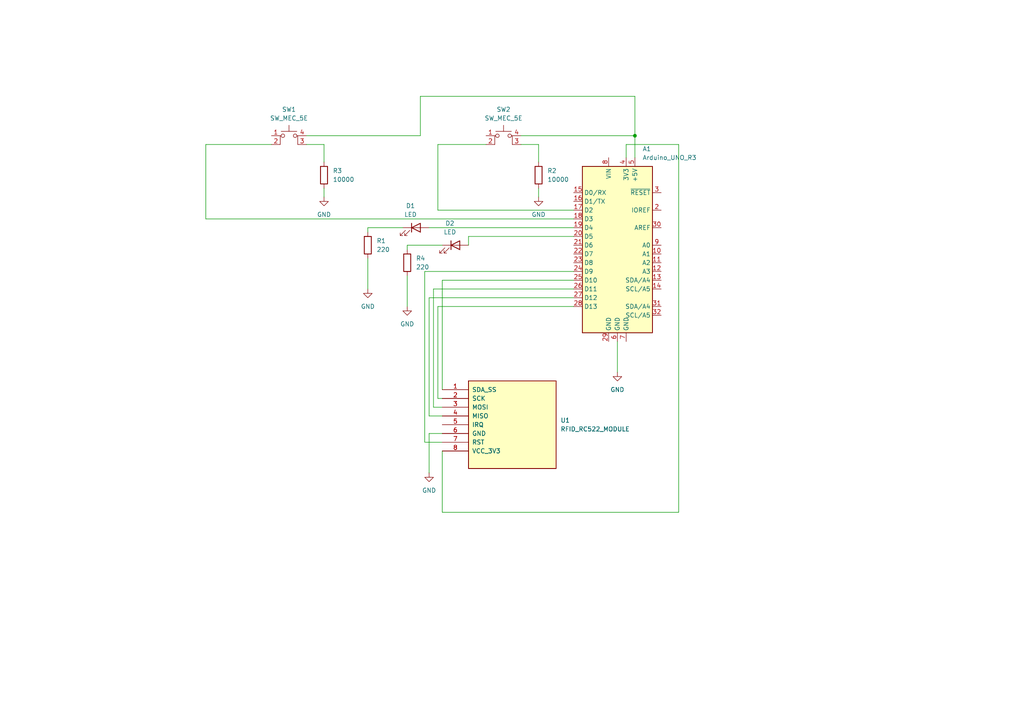
<source format=kicad_sch>
(kicad_sch (version 20250114) (generator "eeschema") (generator_version "9.0")
  (paper "A4")
  (lib_symbols
    (symbol "Device:LED" (pin_numbers (hide yes)) (pin_names (offset 1.016) (hide yes))
      (property "Reference" "D" (at 0 2.54 0))
      (property "Value" "LED" (at 0 -2.54 0))
      (symbol "LED_0_1"
        (polyline (pts (xy -3.048 -0.762) (xy -4.572 -2.286) (xy -3.81 -2.286) (xy -4.572 -2.286) (xy -4.572 -1.524)))
        (polyline (pts (xy -1.778 -0.762) (xy -3.302 -2.286) (xy -2.54 -2.286) (xy -3.302 -2.286) (xy -3.302 -1.524)))
        (polyline (pts (xy -1.27 0) (xy 1.27 0)))
        (polyline (pts (xy -1.27 -1.27) (xy -1.27 1.27)) (stroke (width 0.254)))
        (polyline (pts (xy 1.27 -1.27) (xy 1.27 1.27) (xy -1.27 0) (xy 1.27 -1.27)) (stroke (width 0.254)))
      )
      (symbol "LED_1_1"
        (pin passive line (at -3.81 0 0) (length 2.54) (name "K") (number "1"))
        (pin passive line (at 3.81 0 180) (length 2.54) (name "A") (number "2"))
      )
    )
    (symbol "Device:R" (pin_numbers (hide yes)) (pin_names (offset 0))
      (property "Reference" "R" (at 2.032 0 90))
      (property "Value" "R" (at 0 0 90))
      (symbol "R_0_1"
        (rectangle (start -1.016 -2.54) (end 1.016 2.54) (stroke (width 0.254)))
      )
      (symbol "R_1_1"
        (pin passive line (at 0 3.81 270) (length 1.27) (name "~") (number "1"))
        (pin passive line (at 0 -3.81 90) (length 1.27) (name "~") (number "2"))
      )
    )
    (symbol "GND_1" (power) (pin_numbers (hide yes)) (pin_names (offset 0) (hide yes))
      (property "Value" "GND" (at 0 -3.81 0))
      (symbol "GND_1_0_1"
        (polyline (pts (xy 0 0) (xy 0 -1.27) (xy 1.27 -1.27) (xy 0 -2.54) (xy -1.27 -1.27) (xy 0 -1.27)))
      )
      (symbol "GND_1_1_1"
        (pin power_in line (at 0 0 270) (length 0) (name "~") (number "1"))
      )
    )
    (symbol "MCU_Module:Arduino_UNO_R3"
      (property "Reference" "A" (at -10.16 23.495 0))
      (property "Value" "Arduino_UNO_R3" (at 5.08 -26.67 0))
      (symbol "Arduino_UNO_R3_0_1"
        (rectangle (start -10.16 22.86) (end 10.16 -25.4) (stroke (width 0.254)) (fill (type background)))
      )
      (symbol "Arduino_UNO_R3_1_1"
        (pin bidirectional line (at -12.7 15.24 0) (length 2.54) (name "D0/RX") (number "15"))
        (pin bidirectional line (at -12.7 12.7 0) (length 2.54) (name "D1/TX") (number "16"))
        (pin bidirectional line (at -12.7 10.16 0) (length 2.54) (name "D2") (number "17"))
        (pin bidirectional line (at -12.7 7.62 0) (length 2.54) (name "D3") (number "18"))
        (pin bidirectional line (at -12.7 5.08 0) (length 2.54) (name "D4") (number "19"))
        (pin bidirectional line (at -12.7 2.54 0) (length 2.54) (name "D5") (number "20"))
        (pin bidirectional line (at -12.7 0 0) (length 2.54) (name "D6") (number "21"))
        (pin bidirectional line (at -12.7 -2.54 0) (length 2.54) (name "D7") (number "22"))
        (pin bidirectional line (at -12.7 -5.08 0) (length 2.54) (name "D8") (number "23"))
        (pin bidirectional line (at -12.7 -7.62 0) (length 2.54) (name "D9") (number "24"))
        (pin bidirectional line (at -12.7 -10.16 0) (length 2.54) (name "D10") (number "25"))
        (pin bidirectional line (at -12.7 -12.7 0) (length 2.54) (name "D11") (number "26"))
        (pin bidirectional line (at -12.7 -15.24 0) (length 2.54) (name "D12") (number "27"))
        (pin bidirectional line (at -12.7 -17.78 0) (length 2.54) (name "D13") (number "28"))
        (pin no_connect line (at -10.16 -20.32 0) (length 2.54) (hide yes) (name "NC") (number "1"))
        (pin power_in line (at -2.54 25.4 270) (length 2.54) (name "VIN") (number "8"))
        (pin power_in line (at -2.54 -27.94 90) (length 2.54) (name "GND") (number "29"))
        (pin power_in line (at 0 -27.94 90) (length 2.54) (name "GND") (number "6"))
        (pin power_out line (at 2.54 25.4 270) (length 2.54) (name "3V3") (number "4"))
        (pin power_in line (at 2.54 -27.94 90) (length 2.54) (name "GND") (number "7"))
        (pin power_out line (at 5.08 25.4 270) (length 2.54) (name "+5V") (number "5"))
        (pin input line (at 12.7 15.24 180) (length 2.54) (name "~{RESET}") (number "3"))
        (pin output line (at 12.7 10.16 180) (length 2.54) (name "IOREF") (number "2"))
        (pin input line (at 12.7 5.08 180) (length 2.54) (name "AREF") (number "30"))
        (pin bidirectional line (at 12.7 0 180) (length 2.54) (name "A0") (number "9"))
        (pin bidirectional line (at 12.7 -2.54 180) (length 2.54) (name "A1") (number "10"))
        (pin bidirectional line (at 12.7 -5.08 180) (length 2.54) (name "A2") (number "11"))
        (pin bidirectional line (at 12.7 -7.62 180) (length 2.54) (name "A3") (number "12"))
        (pin bidirectional line (at 12.7 -10.16 180) (length 2.54) (name "SDA/A4") (number "13"))
        (pin bidirectional line (at 12.7 -12.7 180) (length 2.54) (name "SCL/A5") (number "14"))
        (pin bidirectional line (at 12.7 -17.78 180) (length 2.54) (name "SDA/A4") (number "31"))
        (pin bidirectional line (at 12.7 -20.32 180) (length 2.54) (name "SCL/A5") (number "32"))
      )
    )
    (symbol "RFID-RC522:RFID_RC522_MODULE" (pin_names (offset 1.016))
      (property "Reference" "U" (at 0 13.97 0))
      (property "Value" "RFID_RC522_MODULE" (at 0 -13.97 0))
      (symbol "RFID_RC522_MODULE_0_1"
        (rectangle (start -20.32 12.7) (end 5.08 -12.7) (stroke (width 0.254)) (fill (type background)))
      )
      (symbol "RFID_RC522_MODULE_1_1"
        (pin input line (at -27.94 10.16 0) (length 7.62) (name "SDA_SS") (number "1"))
        (pin input line (at -27.94 7.62 0) (length 7.62) (name "SCK") (number "2"))
        (pin input line (at -27.94 5.08 0) (length 7.62) (name "MOSI") (number "3"))
        (pin output line (at -27.94 2.54 0) (length 7.62) (name "MISO") (number "4"))
        (pin output line (at -27.94 0 0) (length 7.62) (name "IRQ") (number "5"))
        (pin passive line (at -27.94 -2.54 0) (length 7.62) (name "GND") (number "6"))
        (pin input line (at -27.94 -5.08 0) (length 7.62) (name "RST") (number "7"))
        (pin passive line (at -27.94 -7.62 0) (length 7.62) (name "VCC_3V3") (number "8"))
      )
    )
    (symbol "Switch:SW_MEC_5E" (pin_names (offset 1.016) (hide yes))
      (property "Reference" "SW" (at 0.635 5.715 0))
      (property "Value" "SW_MEC_5E" (at 0 -3.175 0))
      (symbol "SW_MEC_5E_0_1"
        (polyline (pts (xy -2.54 0) (xy -2.54 2.54) (xy -2.286 2.54)))
        (polyline (pts (xy -2.286 3.81) (xy 2.286 3.81)))
        (circle (center -1.778 2.54) (radius 0.508))
        (polyline (pts (xy 0 3.81) (xy 0 5.588)))
        (circle (center 1.778 2.54) (radius 0.508))
        (polyline (pts (xy 2.54 0) (xy 2.54 2.54) (xy 2.286 2.54)))
        (pin passive line (at -5.08 2.54 0) (length 2.54) (name "1") (number "1"))
        (pin passive line (at -5.08 0 0) (length 2.54) (name "2") (number "2"))
        (pin passive line (at 5.08 2.54 180) (length 2.54) (name "A") (number "4"))
        (pin passive line (at 5.08 0 180) (length 2.54) (name "K") (number "3"))
      )
    )
    (symbol "power:GND" (power) (pin_names (offset 0))
      (property "Value" "GND" (at 0 -3.81 0))
      (symbol "GND_0_1"
        (polyline (pts (xy 0 0) (xy 0 -1.27) (xy 1.27 -1.27) (xy 0 -2.54) (xy -1.27 -1.27) (xy 0 -1.27)))
      )
      (symbol "GND_1_1"
        (pin power_in line (at 0 0 270) (length 0) (hide yes) (name "GND") (number "1"))
      )
    )
  )
  (junction (at 184.15 39.37))
  (wire (pts (xy 124.46 66.04) (xy 166.37 66.04)))
  (wire (pts (xy 124.46 125.73) (xy 124.46 137.16)))
  (wire (pts (xy 156.21 41.91) (xy 156.21 46.99)))
  (wire (pts (xy 127 41.91) (xy 127 60.96)))
  (wire (pts (xy 106.68 67.31) (xy 106.68 66.04)))
  (wire (pts (xy 181.61 45.72) (xy 181.61 41.91)))
  (wire (pts (xy 166.37 68.58) (xy 135.89 68.58)))
  (wire (pts (xy 181.61 41.91) (xy 196.85 41.91)))
  (wire (pts (xy 118.11 80.01) (xy 118.11 88.9)))
  (wire (pts (xy 196.85 148.59) (xy 128.27 148.59)))
  (wire (pts (xy 124.46 86.36) (xy 166.37 86.36)))
  (wire (pts (xy 184.15 45.72) (xy 184.15 39.37)))
  (wire (pts (xy 118.11 72.39) (xy 118.11 71.12)))
  (wire (pts (xy 184.15 39.37) (xy 184.15 27.94)))
  (wire (pts (xy 128.27 120.65) (xy 124.46 120.65)))
  (wire (pts (xy 59.69 41.91) (xy 59.69 63.5)))
  (wire (pts (xy 196.85 41.91) (xy 196.85 148.59)))
  (wire (pts (xy 127 88.9) (xy 166.37 88.9)))
  (wire (pts (xy 128.27 81.28) (xy 166.37 81.28)))
  (wire (pts (xy 106.68 74.93) (xy 106.68 83.82)))
  (wire (pts (xy 59.69 63.5) (xy 166.37 63.5)))
  (wire (pts (xy 135.89 68.58) (xy 135.89 71.12)))
  (wire (pts (xy 93.98 54.61) (xy 93.98 57.15)))
  (wire (pts (xy 179.07 99.06) (xy 179.07 107.95)))
  (wire (pts (xy 118.11 71.12) (xy 128.27 71.12)))
  (wire (pts (xy 184.15 27.94) (xy 121.92 27.94)))
  (wire (pts (xy 59.69 41.91) (xy 78.74 41.91)))
  (wire (pts (xy 125.73 118.11) (xy 125.73 83.82)))
  (wire (pts (xy 128.27 118.11) (xy 125.73 118.11)))
  (wire (pts (xy 184.15 39.37) (xy 151.13 39.37)))
  (wire (pts (xy 128.27 113.03) (xy 128.27 81.28)))
  (wire (pts (xy 151.13 41.91) (xy 156.21 41.91)))
  (wire (pts (xy 88.9 41.91) (xy 93.98 41.91)))
  (wire (pts (xy 121.92 39.37) (xy 88.9 39.37)))
  (wire (pts (xy 127 41.91) (xy 140.97 41.91)))
  (wire (pts (xy 128.27 125.73) (xy 124.46 125.73)))
  (wire (pts (xy 128.27 148.59) (xy 128.27 130.81)))
  (wire (pts (xy 127 115.57) (xy 127 88.9)))
  (wire (pts (xy 121.92 27.94) (xy 121.92 39.37)))
  (wire (pts (xy 127 60.96) (xy 166.37 60.96)))
  (wire (pts (xy 156.21 54.61) (xy 156.21 57.15)))
  (wire (pts (xy 123.19 78.74) (xy 166.37 78.74)))
  (wire (pts (xy 123.19 128.27) (xy 123.19 78.74)))
  (wire (pts (xy 106.68 66.04) (xy 116.84 66.04)))
  (wire (pts (xy 93.98 41.91) (xy 93.98 46.99)))
  (wire (pts (xy 124.46 120.65) (xy 124.46 86.36)))
  (wire (pts (xy 125.73 83.82) (xy 166.37 83.82)))
  (wire (pts (xy 128.27 115.57) (xy 127 115.57)))
  (wire (pts (xy 128.27 128.27) (xy 123.19 128.27)))
  (symbol (lib_id "Device:LED") (at 132.08 71.12 0) (unit 1)
    (property "Reference" "D2" (at 130.4925 64.77 0))
    (property "Value" "LED" (at 130.4925 67.31 0))
  )
  (symbol (lib_id "Device:R") (at 118.11 76.2 0) (unit 1)
    (property "Reference" "R4" (at 120.65 74.9299 0) (effects (justify left)))
    (property "Value" "220" (at 120.65 77.4699 0) (effects (justify left)))
  )
  (symbol (lib_id "Device:R") (at 156.21 50.8 0) (unit 1)
    (property "Reference" "R2" (at 158.75 49.53 0) (effects (justify left)))
    (property "Value" "10000" (at 158.75 52.07 0) (effects (justify left)))
  )
  (symbol (lib_id "Device:LED") (at 120.65 66.04 0) (unit 1)
    (property "Reference" "D1" (at 119.0625 59.69 0))
    (property "Value" "LED" (at 119.0625 62.23 0))
  )
  (symbol (lib_id "power:GND") (at 156.21 57.15 0) (unit 1)
    (property "Reference" "#PWR03" (effects (hide yes)))
    (property "Value" "GND" (at 156.21 62.23 0))
  )
  (symbol (lib_name "GND_1") (lib_id "power:GND") (at 124.46 137.16 0) (unit 1)
    (property "Reference" "#PWR06" (effects (hide yes)))
    (property "Value" "GND" (at 124.46 142.24 0))
    (property "Description" "Power symbol creates a global label with name \"GND\" , ground" (effects (hide yes)))
  )
  (symbol (lib_id "Device:R") (at 106.68 71.12 0) (unit 1)
    (property "Reference" "R1" (at 109.22 69.8499 0) (effects (justify left)))
    (property "Value" "220" (at 109.22 72.3899 0) (effects (justify left)))
  )
  (symbol (lib_id "Switch:SW_MEC_5E") (at 146.05 41.91 0) (unit 1)
    (property "Reference" "SW2" (at 146.05 31.75 0))
    (property "Value" "SW_MEC_5E" (at 146.05 34.29 0))
    (property "Datasheet" "http://www.apem.com/int/index.php?controller=attachment&id_attachment=1371" (effects (hide yes)))
  )
  (symbol (lib_id "power:GND") (at 106.68 83.82 0) (unit 1)
    (property "Reference" "#PWR02" (effects (hide yes)))
    (property "Value" "GND" (at 106.68 88.9 0))
  )
  (symbol (lib_id "MCU_Module:Arduino_UNO_R3") (at 179.07 71.12 0) (unit 1)
    (property "Reference" "A1" (at 186.3441 43.18 0) (effects (justify left)))
    (property "Value" "Arduino_UNO_R3" (at 186.3441 45.72 0) (effects (justify left)))
    (property "Footprint" "Module:Arduino_UNO_R3" (effects (hide yes)))
    (property "Datasheet" "https://www.arduino.cc/en/Main/arduinoBoardUno" (effects (hide yes)))
  )
  (symbol (lib_id "power:GND") (at 93.98 57.15 0) (unit 1)
    (property "Reference" "#PWR04" (effects (hide yes)))
    (property "Value" "GND" (at 93.98 62.23 0))
  )
  (symbol (lib_id "power:GND") (at 179.07 107.95 0) (unit 1)
    (property "Reference" "#PWR01" (effects (hide yes)))
    (property "Value" "GND" (at 179.07 113.03 0))
  )
  (symbol (lib_id "RFID-RC522:RFID_RC522_MODULE") (at 156.21 123.19 0) (unit 1)
    (property "Reference" "U1" (at 162.56 121.9199 0) (effects (justify left)))
    (property "Value" "RFID_RC522_MODULE" (at 162.56 124.4599 0) (effects (justify left)))
  )
  (symbol (lib_id "Switch:SW_MEC_5E") (at 83.82 41.91 0) (unit 1)
    (property "Reference" "SW1" (at 83.82 31.75 0))
    (property "Value" "SW_MEC_5E" (at 83.82 34.29 0))
    (property "Datasheet" "http://www.apem.com/int/index.php?controller=attachment&id_attachment=1371" (effects (hide yes)))
  )
  (symbol (lib_id "Device:R") (at 93.98 50.8 0) (unit 1)
    (property "Reference" "R3" (at 96.52 49.53 0) (effects (justify left)))
    (property "Value" "10000" (at 96.52 52.07 0) (effects (justify left)))
  )
  (symbol (lib_id "power:GND") (at 118.11 88.9 0) (unit 1)
    (property "Reference" "#PWR05" (effects (hide yes)))
    (property "Value" "GND" (at 118.11 93.98 0))
  )
)
</source>
